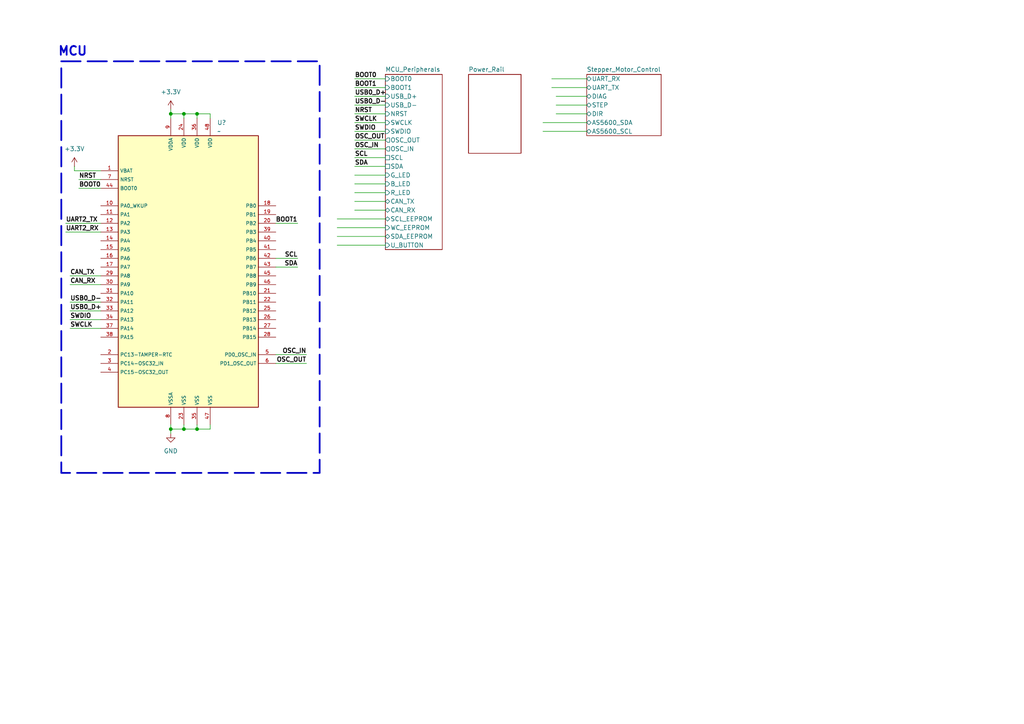
<source format=kicad_sch>
(kicad_sch (version 20231120) (generator "eeschema") (generator_version "8.0")
  (paper "A4")
  (title_block (title "STM32F103C8T6_FOC") (date "2025-12-08") (rev "V0.1") (company "Drag0th"))
  (lib_symbols
    (symbol "KSZ_KiCad_Symbol_Library:STM32F103C8T6"
      (property "Reference" "U" (at 0 0 0))
      (symbol "STM32F103C8T6_0_0"
        (rectangle (start -1.27 -1.27) (end 39.37 -80.01) (stroke (width 0.254)) (fill (type background)))
        (pin bidirectional line (at -6.35 -11.43 0) (length 5.08) (name "VBAT") (number "1"))
        (pin bidirectional line (at -6.35 -21.59 0) (length 5.08) (name "PA0_WKUP") (number "10"))
        (pin bidirectional line (at -6.35 -24.13 0) (length 5.08) (name "PA1") (number "11"))
        (pin bidirectional line (at -6.35 -26.67 0) (length 5.08) (name "PA2") (number "12"))
        (pin bidirectional line (at -6.35 -29.21 0) (length 5.08) (name "PA3") (number "13"))
        (pin bidirectional line (at -6.35 -31.75 0) (length 5.08) (name "PA4") (number "14"))
        (pin bidirectional line (at -6.35 -34.29 0) (length 5.08) (name "PA5") (number "15"))
        (pin bidirectional line (at -6.35 -36.83 0) (length 5.08) (name "PA6") (number "16"))
        (pin bidirectional line (at -6.35 -39.37 0) (length 5.08) (name "PA7") (number "17"))
        (pin bidirectional line (at 44.45 -21.59 180) (length 5.08) (name "PB0") (number "18"))
        (pin bidirectional line (at 44.45 -24.13 180) (length 5.08) (name "PB1") (number "19"))
        (pin bidirectional line (at -6.35 -64.77 0) (length 5.08) (name "PC13-TAMPER-RTC") (number "2"))
        (pin bidirectional line (at 44.45 -26.67 180) (length 5.08) (name "PB2") (number "20"))
        (pin bidirectional line (at 44.45 -46.99 180) (length 5.08) (name "PB10") (number "21"))
        (pin bidirectional line (at 44.45 -49.53 180) (length 5.08) (name "PB11") (number "22"))
        (pin power_in line (at 17.78 -85.09 90) (length 5.08) (name "VSS") (number "23"))
        (pin power_in line (at 17.78 3.81 270) (length 5.08) (name "VDD") (number "24"))
        (pin bidirectional line (at 44.45 -52.07 180) (length 5.08) (name "PB12") (number "25"))
        (pin bidirectional line (at 44.45 -54.61 180) (length 5.08) (name "PB13") (number "26"))
        (pin bidirectional line (at 44.45 -57.15 180) (length 5.08) (name "PB14") (number "27"))
        (pin bidirectional line (at 44.45 -59.69 180) (length 5.08) (name "PB15") (number "28"))
        (pin bidirectional line (at -6.35 -41.91 0) (length 5.08) (name "PA8") (number "29"))
        (pin bidirectional line (at -6.35 -67.31 0) (length 5.08) (name "PC14-OSC32_IN") (number "3"))
        (pin bidirectional line (at -6.35 -44.45 0) (length 5.08) (name "PA9") (number "30"))
        (pin bidirectional line (at -6.35 -46.99 0) (length 5.08) (name "PA10") (number "31"))
        (pin bidirectional line (at -6.35 -49.53 0) (length 5.08) (name "PA11") (number "32"))
        (pin bidirectional line (at -6.35 -52.07 0) (length 5.08) (name "PA12") (number "33"))
        (pin bidirectional line (at -6.35 -54.61 0) (length 5.08) (name "PA13") (number "34"))
        (pin power_in line (at 21.59 -85.09 90) (length 5.08) (name "VSS") (number "35"))
        (pin power_in line (at 21.59 3.81 270) (length 5.08) (name "VDD") (number "36"))
        (pin bidirectional line (at -6.35 -57.15 0) (length 5.08) (name "PA14") (number "37"))
        (pin bidirectional line (at -6.35 -59.69 0) (length 5.08) (name "PA15") (number "38"))
        (pin bidirectional line (at 44.45 -29.21 180) (length 5.08) (name "PB3") (number "39"))
        (pin bidirectional line (at -6.35 -69.85 0) (length 5.08) (name "PC15-OSC32_OUT") (number "4"))
        (pin bidirectional line (at 44.45 -31.75 180) (length 5.08) (name "PB4") (number "40"))
        (pin bidirectional line (at 44.45 -34.29 180) (length 5.08) (name "PB5") (number "41"))
        (pin bidirectional line (at 44.45 -36.83 180) (length 5.08) (name "PB6") (number "42"))
        (pin bidirectional line (at 44.45 -39.37 180) (length 5.08) (name "PB7") (number "43"))
        (pin input line (at -6.35 -16.51 0) (length 5.08) (name "BOOT0") (number "44"))
        (pin bidirectional line (at 44.45 -41.91 180) (length 5.08) (name "PB8") (number "45"))
        (pin bidirectional line (at 44.45 -44.45 180) (length 5.08) (name "PB9") (number "46"))
        (pin power_in line (at 25.4 -85.09 90) (length 5.08) (name "VSS") (number "47"))
        (pin power_in line (at 25.4 3.81 270) (length 5.08) (name "VDD") (number "48"))
        (pin bidirectional line (at 44.45 -64.77 180) (length 5.08) (name "PD0_OSC_IN") (number "5"))
        (pin bidirectional line (at 44.45 -67.31 180) (length 5.08) (name "PD1_OSC_OUT") (number "6"))
        (pin input line (at -6.35 -13.97 0) (length 5.08) (name "NRST") (number "7"))
        (pin power_in line (at 13.97 -85.09 90) (length 5.08) (name "VSSA") (number "8"))
        (pin power_in line (at 13.97 3.81 270) (length 5.08) (name "VDDA") (number "9"))
      )
    )
    (symbol "power:+3.3V" (power) (pin_numbers hide) (pin_names (offset 0) hide)
      (property "Value" "+3.3V" (at 0 3.556 0))
      (symbol "+3.3V_0_1"
        (polyline (pts (xy -0.762 1.27) (xy 0 2.54)))
        (polyline (pts (xy 0 0) (xy 0 2.54)))
        (polyline (pts (xy 0 2.54) (xy 0.762 1.27)))
      )
      (symbol "+3.3V_1_1"
        (pin power_in line (at 0 0 90) (length 0) (name "~") (number "1"))
      )
    )
    (symbol "power:GND" (power) (pin_numbers hide) (pin_names (offset 0) hide)
      (property "Value" "GND" (at 0 -3.81 0))
      (symbol "GND_0_1"
        (polyline (pts (xy 0 0) (xy 0 -1.27) (xy 1.27 -1.27) (xy 0 -2.54) (xy -1.27 -1.27) (xy 0 -1.27)))
      )
      (symbol "GND_1_1"
        (pin power_in line (at 0 0 270) (length 0) (name "~") (number "1"))
      )
    )
  )
  (junction (at 53.34 124.46))
  (junction (at 57.15 33.02))
  (junction (at 49.53 124.46))
  (junction (at 57.15 124.46))
  (junction (at 49.53 33.02))
  (junction (at 53.34 33.02))
  (wire (pts (xy 111.76 63.5) (xy 97.79 63.5)))
  (wire (pts (xy 53.34 124.46) (xy 57.15 124.46)))
  (wire (pts (xy 111.76 55.88) (xy 102.87 55.88)))
  (wire (pts (xy 80.01 102.87) (xy 88.9 102.87)))
  (wire (pts (xy 102.87 43.18) (xy 111.76 43.18)))
  (wire (pts (xy 53.34 33.02) (xy 49.53 33.02)))
  (wire (pts (xy 49.53 123.19) (xy 49.53 124.46)))
  (wire (pts (xy 22.86 52.07) (xy 29.21 52.07)))
  (wire (pts (xy 20.32 87.63) (xy 29.21 87.63)))
  (wire (pts (xy 57.15 124.46) (xy 60.96 124.46)))
  (wire (pts (xy 60.96 124.46) (xy 60.96 123.19)))
  (wire (pts (xy 111.76 68.58) (xy 97.79 68.58)))
  (wire (pts (xy 111.76 66.04) (xy 97.79 66.04)))
  (wire (pts (xy 21.59 48.26) (xy 21.59 49.53)))
  (wire (pts (xy 19.05 67.31) (xy 29.21 67.31)))
  (wire (pts (xy 102.87 30.48) (xy 111.76 30.48)))
  (wire (pts (xy 102.87 27.94) (xy 111.76 27.94)))
  (wire (pts (xy 102.87 22.86) (xy 111.76 22.86)))
  (wire (pts (xy 80.01 74.93) (xy 86.36 74.93)))
  (wire (pts (xy 19.05 64.77) (xy 29.21 64.77)))
  (wire (pts (xy 102.87 25.4) (xy 111.76 25.4)))
  (wire (pts (xy 170.18 30.48) (xy 161.29 30.48)))
  (wire (pts (xy 80.01 105.41) (xy 88.9 105.41)))
  (wire (pts (xy 57.15 123.19) (xy 57.15 124.46)))
  (wire (pts (xy 111.76 53.34) (xy 102.87 53.34)))
  (wire (pts (xy 57.15 33.02) (xy 57.15 34.29)))
  (wire (pts (xy 53.34 123.19) (xy 53.34 124.46)))
  (wire (pts (xy 60.96 34.29) (xy 60.96 33.02)))
  (wire (pts (xy 20.32 92.71) (xy 29.21 92.71)))
  (wire (pts (xy 20.32 90.17) (xy 29.21 90.17)))
  (wire (pts (xy 21.59 49.53) (xy 29.21 49.53)))
  (wire (pts (xy 170.18 27.94) (xy 161.29 27.94)))
  (wire (pts (xy 102.87 40.64) (xy 111.76 40.64)))
  (wire (pts (xy 53.34 33.02) (xy 57.15 33.02)))
  (wire (pts (xy 170.18 25.4) (xy 160.02 25.4)))
  (wire (pts (xy 170.18 35.56) (xy 157.48 35.56)))
  (wire (pts (xy 20.32 95.25) (xy 29.21 95.25)))
  (wire (pts (xy 20.32 82.55) (xy 29.21 82.55)))
  (wire (pts (xy 111.76 71.12) (xy 97.79 71.12)))
  (wire (pts (xy 80.01 77.47) (xy 86.36 77.47)))
  (wire (pts (xy 170.18 33.02) (xy 161.29 33.02)))
  (wire (pts (xy 49.53 31.75) (xy 49.53 33.02)))
  (wire (pts (xy 111.76 60.96) (xy 102.87 60.96)))
  (wire (pts (xy 20.32 80.01) (xy 29.21 80.01)))
  (wire (pts (xy 22.86 54.61) (xy 29.21 54.61)))
  (wire (pts (xy 111.76 45.72) (xy 102.87 45.72)))
  (wire (pts (xy 111.76 58.42) (xy 102.87 58.42)))
  (wire (pts (xy 53.34 34.29) (xy 53.34 33.02)))
  (wire (pts (xy 111.76 50.8) (xy 102.87 50.8)))
  (wire (pts (xy 49.53 33.02) (xy 49.53 34.29)))
  (wire (pts (xy 80.01 64.77) (xy 86.36 64.77)))
  (wire (pts (xy 111.76 48.26) (xy 102.87 48.26)))
  (wire (pts (xy 49.53 124.46) (xy 49.53 125.73)))
  (wire (pts (xy 49.53 124.46) (xy 53.34 124.46)))
  (wire (pts (xy 102.87 33.02) (xy 111.76 33.02)))
  (wire (pts (xy 170.18 38.1) (xy 157.48 38.1)))
  (wire (pts (xy 102.87 35.56) (xy 111.76 35.56)))
  (wire (pts (xy 170.18 22.86) (xy 160.02 22.86)))
  (wire (pts (xy 60.96 33.02) (xy 57.15 33.02)))
  (wire (pts (xy 102.87 38.1) (xy 111.76 38.1)))
  (rectangle (start 17.78 17.78) (end 92.71 137.16) (stroke (width 0.508) (type dash)))
  (text "MCU" (at 21.082 14.986 0) (effects (font (size 2.54 2.54) (thickness 0.508) (bold yes))))
  (label "SDA" (at 102.87 48.26 0) (effects (font (thickness 0.254) (bold yes))))
  (label "UART2_TX" (at 19.05 64.77 0) (effects (font (thickness 0.254) (bold yes))))
  (label "SWDIO" (at 20.32 92.71 0) (effects (font (thickness 0.254) (bold yes))))
  (label "SCL" (at 102.87 45.72 0) (effects (font (thickness 0.254) (bold yes))))
  (label "UART2_RX" (at 19.05 67.31 0) (effects (font (thickness 0.254) (bold yes))))
  (label "NRST" (at 22.86 52.07 0) (effects (font (thickness 0.254) (bold yes))))
  (label "SCL" (at 86.36 74.93 180) (effects (font (thickness 0.254) (bold yes))))
  (label "USB0_D-" (at 102.87 30.48 0) (effects (font (thickness 0.254) (bold yes))))
  (label "NRST" (at 102.87 33.02 0) (effects (font (thickness 0.254) (bold yes))))
  (label "CAN_RX" (at 20.32 82.55 0) (effects (font (thickness 0.254) (bold yes))))
  (label "OSC_OUT" (at 102.87 40.64 0) (effects (font (thickness 0.254) (bold yes))))
  (label "OSC_IN" (at 88.9 102.87 180) (effects (font (thickness 0.254) (bold yes))))
  (label "USB0_D+" (at 20.32 90.17 0) (effects (font (thickness 0.254) (bold yes))))
  (label "BOOT1" (at 102.87 25.4 0) (effects (font (thickness 0.254) (bold yes))))
  (label "BOOT1" (at 86.36 64.77 180) (effects (font (thickness 0.254) (bold yes))))
  (label "CAN_TX" (at 20.32 80.01 0) (effects (font (thickness 0.254) (bold yes))))
  (label "SDA" (at 86.36 77.47 180) (effects (font (thickness 0.254) (bold yes))))
  (label "USB0_D-" (at 20.32 87.63 0) (effects (font (thickness 0.254) (bold yes))))
  (label "SWCLK" (at 20.32 95.25 0) (effects (font (thickness 0.254) (bold yes))))
  (label "BOOT0" (at 102.87 22.86 0) (effects (font (thickness 0.254) (bold yes))))
  (label "OSC_IN" (at 102.87 43.18 0) (effects (font (thickness 0.254) (bold yes))))
  (label "SWCLK" (at 102.87 35.56 0) (effects (font (thickness 0.254) (bold yes))))
  (label "BOOT0" (at 22.86 54.61 0) (effects (font (thickness 0.254) (bold yes))))
  (label "OSC_OUT" (at 88.9 105.41 180) (effects (font (thickness 0.254) (bold yes))))
  (label "SWDIO" (at 102.87 38.1 0) (effects (font (thickness 0.254) (bold yes))))
  (label "USB0_D+" (at 102.87 27.94 0) (effects (font (thickness 0.254) (bold yes))))
  (symbol (lib_id "power:+3.3V") (at 21.59 48.26 0) (unit 1)
    (property "Reference" "#PWR011" (effects (hide yes)))
    (property "Value" "+3.3V" (at 21.59 43.18 0))
    (property "Description" "Power symbol creates a global label with name \"+3.3V\"" (effects (hide yes)))
  )
  (symbol (lib_id "power:+3.3V") (at 49.53 31.75 0) (unit 1)
    (property "Reference" "#PWR06" (effects (hide yes)))
    (property "Value" "+3.3V" (at 49.53 26.67 0))
    (property "Description" "Power symbol creates a global label with name \"+3.3V\"" (effects (hide yes)))
  )
  (symbol (lib_id "power:GND") (at 49.53 125.73 0) (unit 1)
    (property "Reference" "#PWR05" (effects (hide yes)))
    (property "Value" "GND" (at 49.53 130.81 0))
    (property "Description" "Power symbol creates a global label with name \"GND\" , ground" (effects (hide yes)))
  )
  (symbol (lib_id "KSZ_KiCad_Symbol_Library:STM32F103C8T6") (at 35.56 38.1 0) (unit 1)
    (property "Reference" "U?" (at 62.9794 35.56 0) (effects (justify left)))
    (property "Value" "~" (at 62.9794 38.1 0) (effects (justify left)))
    (property "Footprint" "KSZ_KiCad_Footprint_Library:QFP50P900X900X160-48N" (effects (hide yes)))
  )
  (sheet (at 135.89 21.59) (size 15.24 22.86) (stroke (width 0.1524))
    (property "Sheetname" "Power_Rail" (at 135.89 20.8784 0) (effects (justify left bottom)))
    (property "Sheetfile" "Power_Rail.kicad_sch" (effects (hide yes)))
  )
  (sheet (at 111.76 21.59) (size 16.51 50.8) (stroke (width 0.1524))
    (property "Sheetname" "MCU_Peripherals" (at 111.76 20.8784 0) (effects (justify left bottom)))
    (property "Sheetfile" "MCU_Peripherals.kicad_sch" (effects (hide yes)))
    (pin "BOOT1" input (at 111.76 25.4 180))
    (pin "BOOT0" input (at 111.76 22.86 180))
    (pin "USB_D+" input (at 111.76 27.94 180))
    (pin "USB_D-" input (at 111.76 30.48 180))
    (pin "NRST" input (at 111.76 33.02 180))
    (pin "SWCLK" input (at 111.76 35.56 180))
    (pin "SWDIO" input (at 111.76 38.1 180))
    (pin "OSC_OUT" output (at 111.76 40.64 180))
    (pin "OSC_IN" output (at 111.76 43.18 180))
    (pin "SCL" passive (at 111.76 45.72 180))
    (pin "SDA" passive (at 111.76 48.26 180))
    (pin "G_LED" input (at 111.76 50.8 180))
    (pin "B_LED" input (at 111.76 53.34 180))
    (pin "R_LED" input (at 111.76 55.88 180))
    (pin "CAN_TX" bidirectional (at 111.76 58.42 180))
    (pin "CAN_RX" bidirectional (at 111.76 60.96 180))
    (pin "SCL_EEPROM" bidirectional (at 111.76 63.5 180))
    (pin "WC_EEPROM" input (at 111.76 66.04 180))
    (pin "SDA_EEPROM" bidirectional (at 111.76 68.58 180))
    (pin "U_BUTTON" input (at 111.76 71.12 180))
  )
  (sheet (at 170.18 21.59) (size 21.59 17.78) (stroke (width 0.1524))
    (property "Sheetname" "Stepper_Motor_Control" (at 170.18 20.8784 0) (effects (justify left bottom)))
    (property "Sheetfile" "Stepper_Motor_Control.kicad_sch" (effects (hide yes)))
    (pin "UART_RX" bidirectional (at 170.18 22.86 180))
    (pin "UART_TX" bidirectional (at 170.18 25.4 180))
    (pin "DIAG" bidirectional (at 170.18 27.94 180))
    (pin "STEP" bidirectional (at 170.18 30.48 180))
    (pin "DIR" bidirectional (at 170.18 33.02 180))
    (pin "AS5600_SDA" bidirectional (at 170.18 35.56 180))
    (pin "AS5600_SCL" bidirectional (at 170.18 38.1 180))
  )
)
</source>
